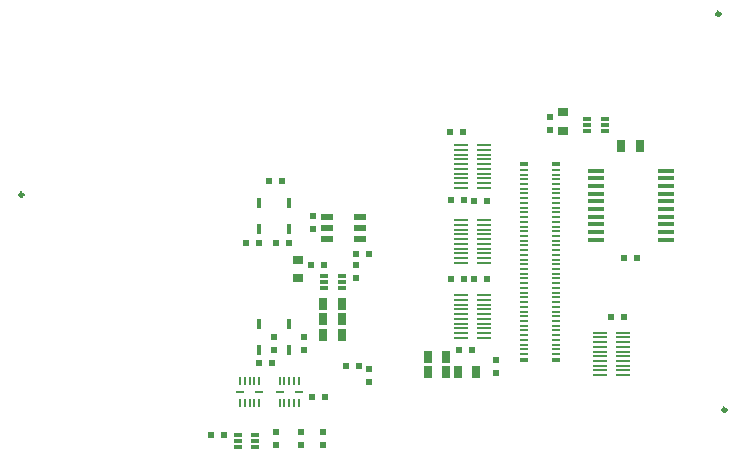
<source format=gbp>
G04*
G04 #@! TF.GenerationSoftware,Altium Limited,Altium Designer,22.6.1 (34)*
G04*
G04 Layer_Color=128*
%FSLAX24Y24*%
%MOIN*%
G70*
G04*
G04 #@! TF.SameCoordinates,BFD713BD-E5D5-4BF8-98F0-1AC20243F701*
G04*
G04*
G04 #@! TF.FilePolarity,Positive*
G04*
G01*
G75*
%ADD17C,0.0118*%
%ADD30R,0.0453X0.0079*%
%ADD31R,0.0492X0.0079*%
%ADD33R,0.0197X0.0236*%
%ADD37R,0.0236X0.0197*%
%ADD40R,0.0256X0.0394*%
%ADD42R,0.0354X0.0256*%
%ADD94R,0.0394X0.0236*%
%ADD95R,0.0260X0.0091*%
%ADD96R,0.0260X0.0138*%
%ADD97R,0.0177X0.0374*%
%ADD98R,0.0551X0.0157*%
%ADD99R,0.0315X0.0079*%
%ADD100R,0.0079X0.0315*%
%ADD101R,0.0256X0.0130*%
D17*
X23691Y14961D02*
G03*
X23691Y14961I-59J0D01*
G01*
X463Y8937D02*
G03*
X463Y8937I-59J0D01*
G01*
X23898Y1762D02*
G03*
X23898Y1762I-59J0D01*
G01*
D30*
X15817Y5581D02*
D03*
Y5423D02*
D03*
Y5266D02*
D03*
Y5108D02*
D03*
Y4951D02*
D03*
Y4793D02*
D03*
Y4636D02*
D03*
Y4478D02*
D03*
Y4321D02*
D03*
Y4163D02*
D03*
X15049Y4636D02*
D03*
Y4793D02*
D03*
Y4478D02*
D03*
Y4321D02*
D03*
Y4951D02*
D03*
Y5581D02*
D03*
Y5423D02*
D03*
Y5266D02*
D03*
Y5108D02*
D03*
X15817Y8081D02*
D03*
Y7923D02*
D03*
Y7766D02*
D03*
Y7608D02*
D03*
Y7451D02*
D03*
Y7293D02*
D03*
Y7136D02*
D03*
Y6978D02*
D03*
Y6821D02*
D03*
Y6663D02*
D03*
X15049Y7136D02*
D03*
Y7293D02*
D03*
Y6978D02*
D03*
Y6821D02*
D03*
Y7451D02*
D03*
Y8081D02*
D03*
Y7923D02*
D03*
Y7766D02*
D03*
Y7608D02*
D03*
X15817Y10581D02*
D03*
Y10423D02*
D03*
Y10266D02*
D03*
Y10108D02*
D03*
Y9951D02*
D03*
Y9793D02*
D03*
Y9636D02*
D03*
Y9478D02*
D03*
Y9321D02*
D03*
Y9163D02*
D03*
X15049Y9636D02*
D03*
Y9793D02*
D03*
Y9478D02*
D03*
Y9321D02*
D03*
Y9951D02*
D03*
Y10581D02*
D03*
Y10423D02*
D03*
Y10266D02*
D03*
Y10108D02*
D03*
X19707Y2919D02*
D03*
Y3077D02*
D03*
Y3234D02*
D03*
Y3392D02*
D03*
Y3549D02*
D03*
Y3707D02*
D03*
Y3864D02*
D03*
Y4022D02*
D03*
Y4179D02*
D03*
Y4337D02*
D03*
X20475Y3864D02*
D03*
Y3707D02*
D03*
Y4022D02*
D03*
Y4179D02*
D03*
Y3549D02*
D03*
Y2919D02*
D03*
Y3077D02*
D03*
Y3234D02*
D03*
Y3392D02*
D03*
D31*
X15069Y4163D02*
D03*
Y6663D02*
D03*
Y9163D02*
D03*
X20456Y4337D02*
D03*
D33*
X8671Y9390D02*
D03*
X9104D02*
D03*
X6713Y915D02*
D03*
X7146D02*
D03*
X8760Y3317D02*
D03*
X8327D02*
D03*
X10522Y2205D02*
D03*
X10089D02*
D03*
X10059Y6585D02*
D03*
X10492D02*
D03*
X20492Y4872D02*
D03*
X20059D02*
D03*
X14705Y11014D02*
D03*
X15138D02*
D03*
X15482Y8740D02*
D03*
X15915D02*
D03*
X15148Y8750D02*
D03*
X14715D02*
D03*
X15482Y6112D02*
D03*
X15915D02*
D03*
X14715D02*
D03*
X15148D02*
D03*
X15010Y3750D02*
D03*
X15443D02*
D03*
X20502Y6821D02*
D03*
X20935D02*
D03*
X11654Y3209D02*
D03*
X11220D02*
D03*
X11555Y6959D02*
D03*
X11988D02*
D03*
X8888Y7323D02*
D03*
X9321D02*
D03*
X7884Y7333D02*
D03*
X8317D02*
D03*
D37*
X18032Y11516D02*
D03*
Y11083D02*
D03*
X9724Y1024D02*
D03*
Y591D02*
D03*
X12008Y2697D02*
D03*
Y3130D02*
D03*
X10472Y1024D02*
D03*
Y591D02*
D03*
X16220Y3435D02*
D03*
Y3002D02*
D03*
X8888Y591D02*
D03*
Y1024D02*
D03*
X11555Y6594D02*
D03*
Y6161D02*
D03*
X10118Y8228D02*
D03*
Y7795D02*
D03*
X9823Y4203D02*
D03*
Y3770D02*
D03*
X8819Y4203D02*
D03*
Y3770D02*
D03*
D40*
X21014Y10561D02*
D03*
X20404D02*
D03*
X11083Y5295D02*
D03*
X10472D02*
D03*
X11083Y4783D02*
D03*
X10472D02*
D03*
X11083Y4272D02*
D03*
X10472D02*
D03*
X14557Y3012D02*
D03*
X13947D02*
D03*
X15571D02*
D03*
X14961D02*
D03*
X14557Y3514D02*
D03*
X13947D02*
D03*
D42*
X18465Y11683D02*
D03*
Y11073D02*
D03*
X9616Y6152D02*
D03*
Y6762D02*
D03*
D94*
X11682Y7820D02*
D03*
Y8194D02*
D03*
Y7446D02*
D03*
X10600Y7820D02*
D03*
Y8194D02*
D03*
Y7446D02*
D03*
D95*
X18211Y7717D02*
D03*
Y7559D02*
D03*
Y8031D02*
D03*
Y8189D02*
D03*
Y7874D02*
D03*
Y6772D02*
D03*
Y6929D02*
D03*
Y6614D02*
D03*
Y7244D02*
D03*
Y7402D02*
D03*
Y7087D02*
D03*
Y9291D02*
D03*
Y9449D02*
D03*
Y9134D02*
D03*
Y9764D02*
D03*
Y9606D02*
D03*
Y8504D02*
D03*
Y8661D02*
D03*
Y8346D02*
D03*
Y8976D02*
D03*
Y8819D02*
D03*
Y4409D02*
D03*
Y4567D02*
D03*
Y4252D02*
D03*
Y4882D02*
D03*
Y5039D02*
D03*
Y4724D02*
D03*
Y3622D02*
D03*
Y3780D02*
D03*
Y4094D02*
D03*
Y3937D02*
D03*
Y6142D02*
D03*
Y6299D02*
D03*
Y5984D02*
D03*
Y6457D02*
D03*
Y5354D02*
D03*
Y5512D02*
D03*
Y5197D02*
D03*
Y5827D02*
D03*
Y5669D02*
D03*
X17144Y7717D02*
D03*
Y7559D02*
D03*
Y8031D02*
D03*
Y8189D02*
D03*
Y7874D02*
D03*
Y6929D02*
D03*
Y7087D02*
D03*
Y6772D02*
D03*
Y7402D02*
D03*
Y7244D02*
D03*
Y9291D02*
D03*
Y9449D02*
D03*
Y9134D02*
D03*
Y9764D02*
D03*
Y9606D02*
D03*
Y8504D02*
D03*
Y8661D02*
D03*
Y8346D02*
D03*
Y8976D02*
D03*
Y8819D02*
D03*
Y4252D02*
D03*
Y4409D02*
D03*
Y4094D02*
D03*
Y4724D02*
D03*
Y4882D02*
D03*
Y4567D02*
D03*
Y3622D02*
D03*
Y3937D02*
D03*
Y3780D02*
D03*
Y5984D02*
D03*
Y6142D02*
D03*
Y5827D02*
D03*
Y6457D02*
D03*
Y6614D02*
D03*
Y6299D02*
D03*
Y5197D02*
D03*
Y5354D02*
D03*
Y5039D02*
D03*
Y5669D02*
D03*
Y5512D02*
D03*
D96*
X18211Y9951D02*
D03*
Y3435D02*
D03*
X17144Y9951D02*
D03*
Y3435D02*
D03*
D97*
X9321Y8652D02*
D03*
Y7805D02*
D03*
X8317Y4616D02*
D03*
Y3770D02*
D03*
X9321Y3770D02*
D03*
Y4616D02*
D03*
X8317Y8652D02*
D03*
Y7805D02*
D03*
D98*
X21880Y8967D02*
D03*
Y8711D02*
D03*
Y9222D02*
D03*
Y8199D02*
D03*
Y8455D02*
D03*
Y9734D02*
D03*
Y9478D02*
D03*
Y7943D02*
D03*
Y7431D02*
D03*
Y7687D02*
D03*
X19557Y8199D02*
D03*
Y8455D02*
D03*
Y9478D02*
D03*
Y9222D02*
D03*
Y9734D02*
D03*
Y8711D02*
D03*
Y8967D02*
D03*
Y7431D02*
D03*
Y7943D02*
D03*
Y7687D02*
D03*
D99*
X9646Y2352D02*
D03*
X9016D02*
D03*
X7697D02*
D03*
X8327D02*
D03*
D100*
X9488Y2726D02*
D03*
X9331D02*
D03*
X9646D02*
D03*
Y1978D02*
D03*
X9173D02*
D03*
X9488D02*
D03*
X9331D02*
D03*
X9173Y2726D02*
D03*
X9016D02*
D03*
Y1978D02*
D03*
X8327D02*
D03*
X8169D02*
D03*
X8012D02*
D03*
X7854D02*
D03*
X7697D02*
D03*
Y2726D02*
D03*
X7854D02*
D03*
X8012D02*
D03*
X8169D02*
D03*
X8327D02*
D03*
D101*
X11083Y6220D02*
D03*
Y6024D02*
D03*
Y5827D02*
D03*
X10492Y6024D02*
D03*
Y6220D02*
D03*
Y5827D02*
D03*
X7612Y915D02*
D03*
X8203D02*
D03*
Y719D02*
D03*
Y522D02*
D03*
X7612D02*
D03*
Y719D02*
D03*
X19272Y11063D02*
D03*
Y11260D02*
D03*
Y11457D02*
D03*
X19862D02*
D03*
Y11260D02*
D03*
Y11063D02*
D03*
M02*

</source>
